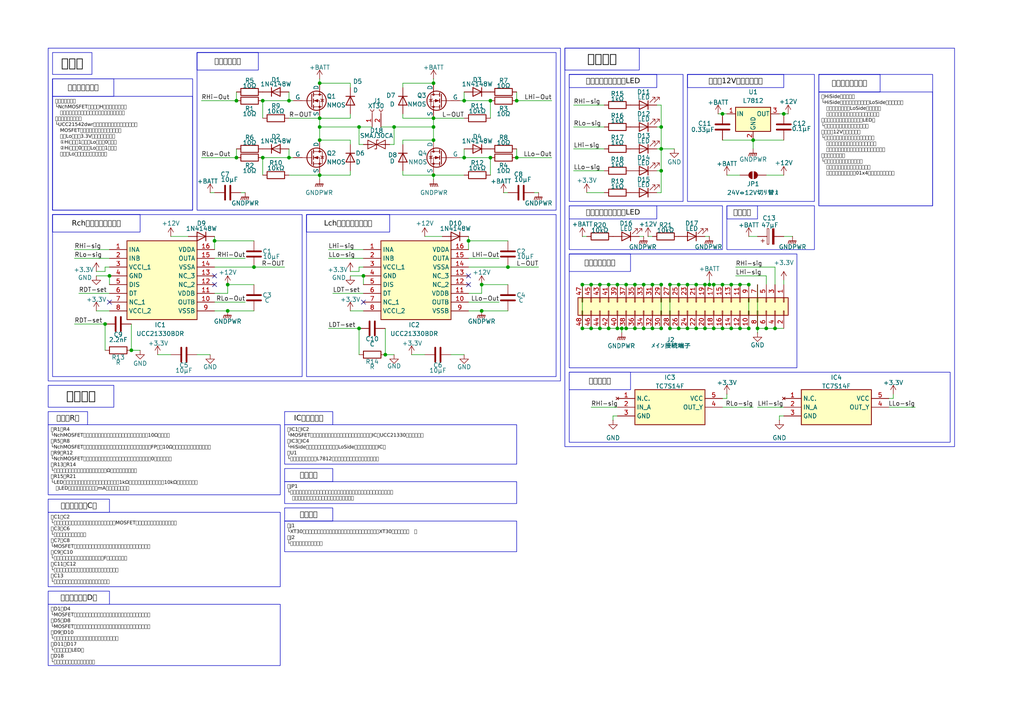
<source format=kicad_sch>
(kicad_sch (version 20231120) (generator "eeschema") (generator_version "8.0")
  (paper "A4")
  (lib_symbols
    (symbol "Connector:Conn_01x02_Socket" (pin_names (offset 1.016) hide)
      (property "Reference" "J" (at 0 2.54 0))
      (property "Value" "Conn_01x02_Socket" (at 0 -5.08 0))
      (symbol "Conn_01x02_Socket_1_1"
        (pin passive line (at -5.08 0 0) (length 3.81) (name "Pin_1") (number "1"))
        (pin passive line (at -5.08 -2.54 0) (length 3.81) (name "Pin_2") (number "2"))
      )
    )
    (symbol "Connector_Generic:Conn_02x24_Odd_Even" (pin_names (offset 1.016) hide)
      (property "Reference" "J" (at 1.27 30.48 0))
      (property "Value" "Conn_02x24_Odd_Even" (at 1.27 -33.02 0))
      (symbol "Conn_02x24_Odd_Even_1_1"
        (pin passive line (at -5.08 27.94 0) (length 3.81) (name "Pin_1") (number "1"))
        (pin passive line (at 7.62 17.78 180) (length 3.81) (name "Pin_10") (number "10"))
        (pin passive line (at -5.08 15.24 0) (length 3.81) (name "Pin_11") (number "11"))
        (pin passive line (at 7.62 15.24 180) (length 3.81) (name "Pin_12") (number "12"))
        (pin passive line (at -5.08 12.7 0) (length 3.81) (name "Pin_13") (number "13"))
        (pin passive line (at 7.62 12.7 180) (length 3.81) (name "Pin_14") (number "14"))
        (pin passive line (at -5.08 10.16 0) (length 3.81) (name "Pin_15") (number "15"))
        (pin passive line (at 7.62 10.16 180) (length 3.81) (name "Pin_16") (number "16"))
        (pin passive line (at -5.08 7.62 0) (length 3.81) (name "Pin_17") (number "17"))
        (pin passive line (at 7.62 7.62 180) (length 3.81) (name "Pin_18") (number "18"))
        (pin passive line (at -5.08 5.08 0) (length 3.81) (name "Pin_19") (number "19"))
        (pin passive line (at 7.62 27.94 180) (length 3.81) (name "Pin_2") (number "2"))
        (pin passive line (at 7.62 5.08 180) (length 3.81) (name "Pin_20") (number "20"))
        (pin passive line (at -5.08 2.54 0) (length 3.81) (name "Pin_21") (number "21"))
        (pin passive line (at 7.62 2.54 180) (length 3.81) (name "Pin_22") (number "22"))
        (pin passive line (at -5.08 0 0) (length 3.81) (name "Pin_23") (number "23"))
        (pin passive line (at 7.62 0 180) (length 3.81) (name "Pin_24") (number "24"))
        (pin passive line (at -5.08 -2.54 0) (length 3.81) (name "Pin_25") (number "25"))
        (pin passive line (at 7.62 -2.54 180) (length 3.81) (name "Pin_26") (number "26"))
        (pin passive line (at -5.08 -5.08 0) (length 3.81) (name "Pin_27") (number "27"))
        (pin passive line (at 7.62 -5.08 180) (length 3.81) (name "Pin_28") (number "28"))
        (pin passive line (at -5.08 -7.62 0) (length 3.81) (name "Pin_29") (number "29"))
        (pin passive line (at -5.08 25.4 0) (length 3.81) (name "Pin_3") (number "3"))
        (pin passive line (at 7.62 -7.62 180) (length 3.81) (name "Pin_30") (number "30"))
        (pin passive line (at -5.08 -10.16 0) (length 3.81) (name "Pin_31") (number "31"))
        (pin passive line (at 7.62 -10.16 180) (length 3.81) (name "Pin_32") (number "32"))
        (pin passive line (at -5.08 -12.7 0) (length 3.81) (name "Pin_33") (number "33"))
        (pin passive line (at 7.62 -12.7 180) (length 3.81) (name "Pin_34") (number "34"))
        (pin passive line (at -5.08 -15.24 0) (length 3.81) (name "Pin_35") (number "35"))
        (pin passive line (at 7.62 -15.24 180) (length 3.81) (name "Pin_36") (number "36"))
        (pin passive line (at -5.08 -17.78 0) (length 3.81) (name "Pin_37") (number "37"))
        (pin passive line (at 7.62 -17.78 180) (length 3.81) (name "Pin_38") (number "38"))
        (pin passive line (at -5.08 -20.32 0) (length 3.81) (name "Pin_39") (number "39"))
        (pin passive line (at 7.62 25.4 180) (length 3.81) (name "Pin_4") (number "4"))
        (pin passive line (at 7.62 -20.32 180) (length 3.81) (name "Pin_40") (number "40"))
        (pin passive line (at -5.08 -22.86 0) (length 3.81) (name "Pin_41") (number "41"))
        (pin passive line (at 7.62 -22.86 180) (length 3.81) (name "Pin_42") (number "42"))
        (pin passive line (at -5.08 -25.4 0) (length 3.81) (name "Pin_43") (number "43"))
        (pin passive line (at 7.62 -25.4 180) (length 3.81) (name "Pin_44") (number "44"))
        (pin passive line (at -5.08 -27.94 0) (length 3.81) (name "Pin_45") (number "45"))
        (pin passive line (at 7.62 -27.94 180) (length 3.81) (name "Pin_46") (number "46"))
        (pin passive line (at -5.08 -30.48 0) (length 3.81) (name "Pin_47") (number "47"))
        (pin passive line (at 7.62 -30.48 180) (length 3.81) (name "Pin_48") (number "48"))
        (pin passive line (at -5.08 22.86 0) (length 3.81) (name "Pin_5") (number "5"))
        (pin passive line (at 7.62 22.86 180) (length 3.81) (name "Pin_6") (number "6"))
        (pin passive line (at -5.08 20.32 0) (length 3.81) (name "Pin_7") (number "7"))
        (pin passive line (at 7.62 20.32 180) (length 3.81) (name "Pin_8") (number "8"))
        (pin passive line (at -5.08 17.78 0) (length 3.81) (name "Pin_9") (number "9"))
      )
    )
    (symbol "Device:C" (pin_numbers hide) (pin_names (offset 0.254))
      (property "Reference" "C" (at 0.635 2.54 0))
      (property "Value" "C" (at 0.635 -2.54 0))
      (symbol "C_1_1"
        (pin passive line (at 0 3.81 270) (length 2.794) (name "~") (number "1"))
        (pin passive line (at 0 -3.81 90) (length 2.794) (name "~") (number "2"))
      )
    )
    (symbol "Device:C_Polarized" (pin_numbers hide) (pin_names (offset 0.254))
      (property "Reference" "C" (at 0.635 2.54 0))
      (property "Value" "C_Polarized" (at 0.635 -2.54 0))
      (symbol "C_Polarized_1_1"
        (pin passive line (at 0 3.81 270) (length 2.794) (name "~") (number "1"))
        (pin passive line (at 0 -3.81 90) (length 2.794) (name "~") (number "2"))
      )
    )
    (symbol "Device:D" (pin_numbers hide) (pin_names (offset 1.016) hide)
      (property "Reference" "D" (at 0 2.54 0))
      (property "Value" "D" (at 0 -2.54 0))
      (symbol "D_1_1"
        (pin passive line (at -3.81 0 0) (length 2.54) (name "K") (number "1"))
        (pin passive line (at 3.81 0 180) (length 2.54) (name "A") (number "2"))
      )
    )
    (symbol "Device:LED" (pin_numbers hide) (pin_names (offset 1.016) hide)
      (property "Reference" "D" (at 0 2.54 0))
      (property "Value" "LED" (at 0 -2.54 0))
      (symbol "LED_1_1"
        (pin passive line (at -3.81 0 0) (length 2.54) (name "K") (number "1"))
        (pin passive line (at 3.81 0 180) (length 2.54) (name "A") (number "2"))
      )
    )
    (symbol "Device:R" (pin_numbers hide) (pin_names (offset 0))
      (property "Reference" "R" (at 2.032 0 90))
      (property "Value" "R" (at 0 0 90))
      (symbol "R_1_1"
        (pin passive line (at 0 3.81 270) (length 1.27) (name "~") (number "1"))
        (pin passive line (at 0 -3.81 90) (length 1.27) (name "~") (number "2"))
      )
    )
    (symbol "Diode:1N4148W" (pin_numbers hide) (pin_names hide)
      (property "Reference" "D" (at 0 2.54 0))
      (property "Value" "1N4148W" (at 0 -2.54 0))
      (symbol "1N4148W_1_1"
        (pin passive line (at -3.81 0 0) (length 2.54) (name "K") (number "1"))
        (pin passive line (at 3.81 0 180) (length 2.54) (name "A") (number "2"))
      )
    )
    (symbol "Diode:SMAJ30CA" (pin_numbers hide) (pin_names (offset 1.016) hide)
      (property "Reference" "D" (at 0 2.54 0))
      (property "Value" "SMAJ30CA" (at 0 -2.54 0))
      (symbol "SMAJ30CA_1_1"
        (pin passive line (at -3.81 0 0) (length 2.54) (name "A1") (number "1"))
        (pin passive line (at 3.81 0 180) (length 2.54) (name "A2") (number "2"))
      )
    )
    (symbol "Jumper:SolderJumper_2_Open" (pin_numbers hide) (pin_names (offset 0) hide) (exclude_from_sim yes) (in_bom no)
      (property "Reference" "JP" (at 0 2.032 0))
      (property "Value" "SolderJumper_2_Open" (at 0 -2.54 0))
      (symbol "SolderJumper_2_Open_1_1"
        (pin passive line (at -3.81 0 0) (length 2.54) (name "A") (number "1"))
        (pin passive line (at 3.81 0 180) (length 2.54) (name "B") (number "2"))
      )
    )
    (symbol "Regulator_Linear:L7812" (pin_names (offset 0.254))
      (property "Reference" "U" (at -3.81 3.175 0))
      (property "Value" "L7812" (at 0 3.175 0))
      (symbol "L7812_1_1"
        (pin power_in line (at -7.62 0 0) (length 2.54) (name "IN") (number "1"))
        (pin power_in line (at 0 -7.62 90) (length 2.54) (name "GND") (number "2"))
        (pin power_out line (at 7.62 0 180) (length 2.54) (name "OUT") (number "3"))
      )
    )
    (symbol "Simulation_SPICE:NMOS" (pin_numbers hide) (pin_names (offset 0))
      (property "Reference" "Q" (at 5.08 1.27 0))
      (property "Value" "NMOS" (at 5.08 -1.27 0))
      (symbol "NMOS_1_1"
        (pin passive line (at 2.54 5.08 270) (length 2.54) (name "D") (number "1"))
        (pin input line (at -5.08 0 0) (length 2.54) (name "G") (number "2"))
        (pin passive line (at 2.54 -5.08 90) (length 2.54) (name "S") (number "3"))
      )
    )
    (symbol "TC7S14F:TC7S14F"
      (property "Reference" "IC" (at 26.67 7.62 0))
      (property "Value" "TC7S14F" (at 26.67 5.08 0))
      (symbol "TC7S14F_1_1"
        (pin no_connect line (at 0 0 0) (length 5.08) (name "N.C.") (number "1"))
        (pin passive line (at 0 -2.54 0) (length 5.08) (name "IN_A") (number "2"))
        (pin passive line (at 0 -5.08 0) (length 5.08) (name "GND") (number "3"))
        (pin passive line (at 30.48 -2.54 180) (length 5.08) (name "OUT_Y") (number "4"))
        (pin passive line (at 30.48 0 180) (length 5.08) (name "VCC") (number "5"))
      )
    )
    (symbol "UCC21330BDR:UCC21330BDR"
      (property "Reference" "IC" (at 26.67 7.62 0))
      (property "Value" "UCC21330BDR" (at 26.67 5.08 0))
      (symbol "UCC21330BDR_1_1"
        (pin passive line (at 0 0 0) (length 5.08) (name "INA") (number "1"))
        (pin passive line (at 30.48 -15.24 180) (length 5.08) (name "OUTB") (number "10"))
        (pin passive line (at 30.48 -12.7 180) (length 5.08) (name "VDDB") (number "11"))
        (pin passive line (at 30.48 -10.16 180) (length 5.08) (name "NC_2") (number "12"))
        (pin passive line (at 30.48 -7.62 180) (length 5.08) (name "NC_3") (number "13"))
        (pin passive line (at 30.48 -5.08 180) (length 5.08) (name "VSSA") (number "14"))
        (pin passive line (at 30.48 -2.54 180) (length 5.08) (name "OUTA") (number "15"))
        (pin passive line (at 30.48 0 180) (length 5.08) (name "VDDA") (number "16"))
        (pin passive line (at 0 -2.54 0) (length 5.08) (name "INB") (number "2"))
        (pin passive line (at 0 -5.08 0) (length 5.08) (name "VCCI_1") (number "3"))
        (pin passive line (at 0 -7.62 0) (length 5.08) (name "GND") (number "4"))
        (pin passive line (at 0 -10.16 0) (length 5.08) (name "DIS") (number "5"))
        (pin passive line (at 0 -12.7 0) (length 5.08) (name "DT") (number "6"))
        (pin passive line (at 0 -15.24 0) (length 5.08) (name "NC_1") (number "7"))
        (pin passive line (at 0 -17.78 0) (length 5.08) (name "VCCI_2") (number "8"))
        (pin passive line (at 30.48 -17.78 180) (length 5.08) (name "VSSB") (number "9"))
      )
    )
    (symbol "power:+12V" (power) (pin_numbers hide) (pin_names (offset 0) hide)
      (property "Value" "+12V" (at 0 3.556 0))
      (symbol "+12V_1_1"
        (pin power_in line (at 0 0 90) (length 0) (name "~") (number "1"))
      )
    )
    (symbol "power:+3.3V" (power) (pin_numbers hide) (pin_names (offset 0) hide)
      (property "Value" "+3.3V" (at 0 3.556 0))
      (symbol "+3.3V_1_1"
        (pin power_in line (at 0 0 90) (length 0) (name "~") (number "1"))
      )
    )
    (symbol "power:+BATT" (power) (pin_numbers hide) (pin_names (offset 0) hide)
      (property "Value" "+BATT" (at 0 3.556 0))
      (symbol "+BATT_1_1"
        (pin power_in line (at 0 0 90) (length 0) (name "~") (number "1"))
      )
    )
    (symbol "power:GND" (power) (pin_numbers hide) (pin_names (offset 0) hide)
      (property "Value" "GND" (at 0 -3.81 0))
      (symbol "GND_1_1"
        (pin power_in line (at 0 0 270) (length 0) (name "~") (number "1"))
      )
    )
    (symbol "power:GNDPWR" (power) (pin_numbers hide) (pin_names (offset 0) hide)
      (property "Value" "GNDPWR" (at 0 -3.302 0))
      (symbol "GNDPWR_1_1"
        (pin power_in line (at 0 0 270) (length 0) (name "~") (number "1"))
      )
    )
    (symbol "power:VCC" (power) (pin_numbers hide) (pin_names (offset 0) hide)
      (property "Value" "VCC" (at 0 3.556 0))
      (symbol "VCC_1_1"
        (pin power_in line (at 0 0 90) (length 0) (name "~") (number "1"))
      )
    )
  )
  (junction (at 30.48 93.98))
  (junction (at 181.61 82.55))
  (junction (at 139.7 82.55))
  (junction (at 199.39 95.25))
  (junction (at 222.25 95.25))
  (junction (at 207.01 95.25))
  (junction (at 207.01 82.55))
  (junction (at 209.55 95.25))
  (junction (at 92.71 36.83))
  (junction (at 68.58 45.72))
  (junction (at 125.73 36.83))
  (junction (at 135.89 69.85))
  (junction (at 134.62 29.21))
  (junction (at 191.77 36.83))
  (junction (at 147.32 77.47))
  (junction (at 149.86 29.21))
  (junction (at 196.85 82.55))
  (junction (at 92.71 34.29))
  (junction (at 212.09 95.25))
  (junction (at 209.55 33.02))
  (junction (at 184.15 95.25))
  (junction (at 31.75 80.01))
  (junction (at 76.2 29.21))
  (junction (at 171.45 82.55))
  (junction (at 191.77 43.18))
  (junction (at 83.82 45.72))
  (junction (at 194.31 95.25))
  (junction (at 168.91 82.55))
  (junction (at 114.3 36.83))
  (junction (at 134.62 45.72))
  (junction (at 125.73 24.13))
  (junction (at 173.99 95.25))
  (junction (at 104.14 36.83))
  (junction (at 204.47 95.25))
  (junction (at 179.07 82.55))
  (junction (at 76.2 45.72))
  (junction (at 92.71 24.13))
  (junction (at 194.31 82.55))
  (junction (at 83.82 29.21))
  (junction (at 199.39 82.55))
  (junction (at 217.17 82.55))
  (junction (at 189.23 95.25))
  (junction (at 204.47 82.55))
  (junction (at 196.85 95.25))
  (junction (at 191.77 95.25))
  (junction (at 92.71 40.64))
  (junction (at 212.09 82.55))
  (junction (at 125.73 34.29))
  (junction (at 176.53 95.25))
  (junction (at 214.63 95.25))
  (junction (at 68.58 29.21))
  (junction (at 149.86 45.72))
  (junction (at 209.55 82.55))
  (junction (at 104.14 95.25))
  (junction (at 105.41 80.01))
  (junction (at 201.93 82.55))
  (junction (at 205.74 82.55))
  (junction (at 218.44 40.64))
  (junction (at 171.45 95.25))
  (junction (at 219.71 95.25))
  (junction (at 227.33 33.02))
  (junction (at 186.69 95.25))
  (junction (at 186.69 82.55))
  (junction (at 62.23 69.85))
  (junction (at 217.17 95.25))
  (junction (at 38.1 101.6))
  (junction (at 125.73 40.64))
  (junction (at 214.63 82.55))
  (junction (at 66.04 90.17))
  (junction (at 201.93 95.25))
  (junction (at 224.79 95.25))
  (junction (at 125.73 50.8))
  (junction (at 189.23 82.55))
  (junction (at 181.61 95.25))
  (junction (at 179.07 95.25))
  (junction (at 139.7 90.17))
  (junction (at 180.34 95.25))
  (junction (at 173.99 82.55))
  (junction (at 191.77 49.53))
  (junction (at 142.24 45.72))
  (junction (at 66.04 82.55))
  (junction (at 168.91 95.25))
  (junction (at 191.77 82.55))
  (junction (at 92.71 50.8))
  (junction (at 111.76 102.87))
  (junction (at 176.53 82.55))
  (junction (at 142.24 29.21))
  (junction (at 73.66 77.47))
  (junction (at 184.15 82.55))
  (no_connect (at 135.89 80.01))
  (no_connect (at 105.41 87.63))
  (no_connect (at 62.23 80.01))
  (no_connect (at 31.75 87.63))
  (no_connect (at 62.23 82.55))
  (no_connect (at 135.89 82.55))
  (wire (pts (xy 177.8 121.92) (xy 177.8 120.65)))
  (wire (pts (xy 104.14 95.25) (xy 104.14 102.87)))
  (wire (pts (xy 62.23 68.58) (xy 62.23 69.85)))
  (wire (pts (xy 205.74 81.28) (xy 205.74 82.55)))
  (wire (pts (xy 101.6 33.02) (xy 101.6 34.29)))
  (wire (pts (xy 173.99 95.25) (xy 176.53 95.25)))
  (wire (pts (xy 116.84 40.64) (xy 125.73 40.64)))
  (wire (pts (xy 95.25 72.39) (xy 105.41 72.39)))
  (wire (pts (xy 227.33 68.58) (xy 229.87 68.58)))
  (wire (pts (xy 184.15 95.25) (xy 186.69 95.25)))
  (wire (pts (xy 134.62 34.29) (xy 125.73 34.29)))
  (wire (pts (xy 191.77 95.25) (xy 191.77 82.55)))
  (wire (pts (xy 95.25 95.25) (xy 104.14 95.25)))
  (wire (pts (xy 76.2 45.72) (xy 83.82 45.72)))
  (wire (pts (xy 166.37 36.83) (xy 175.26 36.83)))
  (wire (pts (xy 257.81 118.11) (xy 265.43 118.11)))
  (wire (pts (xy 104.14 77.47) (xy 105.41 77.47)))
  (wire (pts (xy 31.75 80.01) (xy 31.75 82.55)))
  (wire (pts (xy 104.14 36.83) (xy 107.95 36.83)))
  (wire (pts (xy 186.69 95.25) (xy 189.23 95.25)))
  (wire (pts (xy 191.77 43.18) (xy 190.5 43.18)))
  (wire (pts (xy 207.01 82.55) (xy 205.74 82.55)))
  (wire (pts (xy 226.06 33.02) (xy 227.33 33.02)))
  (wire (pts (xy 212.09 82.55) (xy 209.55 82.55)))
  (wire (pts (xy 199.39 82.55) (xy 196.85 82.55)))
  (wire (pts (xy 62.23 69.85) (xy 73.66 69.85)))
  (wire (pts (xy 160.02 45.72) (xy 149.86 45.72)))
  (wire (pts (xy 190.5 30.48) (xy 191.77 30.48)))
  (wire (pts (xy 101.6 50.8) (xy 92.71 50.8)))
  (wire (pts (xy 191.77 43.18) (xy 195.58 43.18)))
  (wire (pts (xy 204.47 95.25) (xy 201.93 95.25)))
  (wire (pts (xy 142.24 45.72) (xy 134.62 45.72)))
  (wire (pts (xy 92.71 50.8) (xy 92.71 52.07)))
  (wire (pts (xy 146.05 55.88) (xy 147.32 55.88)))
  (wire (pts (xy 101.6 80.01) (xy 105.41 80.01)))
  (wire (pts (xy 62.23 69.85) (xy 62.23 72.39)))
  (wire (pts (xy 209.55 95.25) (xy 207.01 95.25)))
  (wire (pts (xy 104.14 41.91) (xy 104.14 36.83)))
  (wire (pts (xy 114.3 41.91) (xy 114.3 36.83)))
  (wire (pts (xy 76.2 29.21) (xy 76.2 34.29)))
  (wire (pts (xy 213.36 80.01) (xy 222.25 80.01)))
  (wire (pts (xy 177.8 120.65) (xy 179.07 120.65)))
  (wire (pts (xy 189.23 82.55) (xy 186.69 82.55)))
  (wire (pts (xy 224.79 77.47) (xy 224.79 82.55)))
  (wire (pts (xy 214.63 82.55) (xy 212.09 82.55)))
  (wire (pts (xy 186.69 82.55) (xy 184.15 82.55)))
  (wire (pts (xy 166.37 49.53) (xy 175.26 49.53)))
  (wire (pts (xy 190.5 36.83) (xy 191.77 36.83)))
  (wire (pts (xy 210.82 115.57) (xy 209.55 115.57)))
  (wire (pts (xy 201.93 95.25) (xy 199.39 95.25)))
  (wire (pts (xy 160.02 29.21) (xy 149.86 29.21)))
  (wire (pts (xy 83.82 26.67) (xy 83.82 29.21)))
  (wire (pts (xy 30.48 77.47) (xy 31.75 77.47)))
  (wire (pts (xy 209.55 82.55) (xy 207.01 82.55)))
  (wire (pts (xy 92.71 22.86) (xy 92.71 24.13)))
  (wire (pts (xy 219.71 95.25) (xy 219.71 96.52)))
  (wire (pts (xy 134.62 43.18) (xy 134.62 45.72)))
  (wire (pts (xy 62.23 90.17) (xy 66.04 90.17)))
  (wire (pts (xy 57.15 102.87) (xy 60.96 102.87)))
  (wire (pts (xy 227.33 81.28) (xy 227.33 82.55)))
  (wire (pts (xy 191.77 49.53) (xy 191.77 55.88)))
  (wire (pts (xy 156.21 55.88) (xy 154.94 55.88)))
  (wire (pts (xy 168.91 95.25) (xy 171.45 95.25)))
  (wire (pts (xy 134.62 50.8) (xy 125.73 50.8)))
  (wire (pts (xy 116.84 49.53) (xy 116.84 50.8)))
  (wire (pts (xy 116.84 41.91) (xy 116.84 40.64)))
  (wire (pts (xy 181.61 82.55) (xy 179.07 82.55)))
  (wire (pts (xy 96.52 85.09) (xy 105.41 85.09)))
  (wire (pts (xy 171.45 118.11) (xy 179.07 118.11)))
  (wire (pts (xy 170.18 55.88) (xy 175.26 55.88)))
  (wire (pts (xy 135.89 87.63) (xy 144.78 87.63)))
  (wire (pts (xy 191.77 36.83) (xy 191.77 43.18)))
  (wire (pts (xy 219.71 118.11) (xy 227.33 118.11)))
  (wire (pts (xy 125.73 22.86) (xy 125.73 24.13)))
  (wire (pts (xy 134.62 29.21) (xy 133.35 29.21)))
  (wire (pts (xy 168.91 82.55) (xy 168.91 95.25)))
  (wire (pts (xy 209.55 118.11) (xy 218.44 118.11)))
  (wire (pts (xy 83.82 45.72) (xy 85.09 45.72)))
  (wire (pts (xy 139.7 82.55) (xy 139.7 85.09)))
  (wire (pts (xy 60.96 55.88) (xy 62.23 55.88)))
  (wire (pts (xy 114.3 36.83) (xy 125.73 36.83)))
  (wire (pts (xy 212.09 95.25) (xy 209.55 95.25)))
  (wire (pts (xy 116.84 25.4) (xy 116.84 24.13)))
  (wire (pts (xy 27.94 90.17) (xy 31.75 90.17)))
  (wire (pts (xy 149.86 43.18) (xy 149.86 45.72)))
  (wire (pts (xy 142.24 29.21) (xy 134.62 29.21)))
  (wire (pts (xy 222.25 50.8) (xy 227.33 50.8)))
  (wire (pts (xy 83.82 50.8) (xy 92.71 50.8)))
  (wire (pts (xy 104.14 77.47) (xy 104.14 78.74)))
  (wire (pts (xy 224.79 95.25) (xy 227.33 95.25)))
  (wire (pts (xy 104.14 41.91) (xy 105.41 41.91)))
  (wire (pts (xy 214.63 95.25) (xy 212.09 95.25)))
  (wire (pts (xy 227.33 33.02) (xy 228.6 33.02)))
  (wire (pts (xy 259.08 114.3) (xy 259.08 115.57)))
  (wire (pts (xy 38.1 93.98) (xy 38.1 101.6)))
  (wire (pts (xy 214.63 50.8) (xy 210.82 50.8)))
  (wire (pts (xy 92.71 36.83) (xy 104.14 36.83)))
  (wire (pts (xy 139.7 90.17) (xy 147.32 90.17)))
  (wire (pts (xy 111.76 102.87) (xy 114.3 102.87)))
  (wire (pts (xy 217.17 68.58) (xy 219.71 68.58)))
  (wire (pts (xy 190.5 49.53) (xy 191.77 49.53)))
  (wire (pts (xy 171.45 95.25) (xy 173.99 95.25)))
  (wire (pts (xy 62.23 85.09) (xy 66.04 85.09)))
  (wire (pts (xy 135.89 68.58) (xy 135.89 69.85)))
  (wire (pts (xy 101.6 34.29) (xy 92.71 34.29)))
  (wire (pts (xy 123.19 68.58) (xy 128.27 68.58)))
  (wire (pts (xy 189.23 95.25) (xy 191.77 95.25)))
  (wire (pts (xy 213.36 77.47) (xy 224.79 77.47)))
  (wire (pts (xy 101.6 24.13) (xy 92.71 24.13)))
  (wire (pts (xy 66.04 82.55) (xy 66.04 85.09)))
  (wire (pts (xy 92.71 36.83) (xy 92.71 40.64)))
  (wire (pts (xy 27.94 80.01) (xy 31.75 80.01)))
  (wire (pts (xy 139.7 82.55) (xy 147.32 82.55)))
  (wire (pts (xy 217.17 95.25) (xy 217.17 82.55)))
  (wire (pts (xy 30.48 78.74) (xy 27.94 78.74)))
  (wire (pts (xy 217.17 82.55) (xy 214.63 82.55)))
  (wire (pts (xy 83.82 29.21) (xy 85.09 29.21)))
  (wire (pts (xy 173.99 82.55) (xy 171.45 82.55)))
  (wire (pts (xy 38.1 101.6) (xy 40.64 101.6)))
  (wire (pts (xy 179.07 95.25) (xy 180.34 95.25)))
  (wire (pts (xy 205.74 68.58) (xy 204.47 68.58)))
  (wire (pts (xy 116.84 24.13) (xy 125.73 24.13)))
  (wire (pts (xy 209.55 33.02) (xy 210.82 33.02)))
  (wire (pts (xy 101.6 25.4) (xy 101.6 24.13)))
  (wire (pts (xy 179.07 82.55) (xy 176.53 82.55)))
  (wire (pts (xy 176.53 95.25) (xy 179.07 95.25)))
  (wire (pts (xy 135.89 85.09) (xy 139.7 85.09)))
  (wire (pts (xy 176.53 82.55) (xy 173.99 82.55)))
  (wire (pts (xy 101.6 41.91) (xy 101.6 40.64)))
  (wire (pts (xy 71.12 55.88) (xy 69.85 55.88)))
  (wire (pts (xy 134.62 26.67) (xy 134.62 29.21)))
  (wire (pts (xy 66.04 90.17) (xy 73.66 90.17)))
  (wire (pts (xy 218.44 40.64) (xy 218.44 43.18)))
  (wire (pts (xy 222.25 95.25) (xy 224.79 95.25)))
  (wire (pts (xy 205.74 82.55) (xy 204.47 82.55)))
  (wire (pts (xy 135.89 74.93) (xy 144.78 74.93)))
  (wire (pts (xy 180.34 95.25) (xy 181.61 95.25)))
  (wire (pts (xy 180.34 96.52) (xy 180.34 95.25)))
  (wire (pts (xy 101.6 40.64) (xy 92.71 40.64)))
  (wire (pts (xy 62.23 74.93) (xy 71.12 74.93)))
  (wire (pts (xy 66.04 82.55) (xy 73.66 82.55)))
  (wire (pts (xy 191.77 49.53) (xy 191.77 43.18)))
  (wire (pts (xy 219.71 95.25) (xy 222.25 95.25)))
  (wire (pts (xy 58.42 45.72) (xy 68.58 45.72)))
  (wire (pts (xy 113.03 41.91) (xy 114.3 41.91)))
  (wire (pts (xy 30.48 93.98) (xy 30.48 101.6)))
  (wire (pts (xy 210.82 114.3) (xy 210.82 115.57)))
  (wire (pts (xy 190.5 55.88) (xy 191.77 55.88)))
  (wire (pts (xy 125.73 36.83) (xy 125.73 40.64)))
  (wire (pts (xy 222.25 80.01) (xy 222.25 82.55)))
  (wire (pts (xy 95.25 74.93) (xy 105.41 74.93)))
  (wire (pts (xy 68.58 43.18) (xy 68.58 45.72)))
  (wire (pts (xy 204.47 82.55) (xy 201.93 82.55)))
  (wire (pts (xy 76.2 29.21) (xy 83.82 29.21)))
  (wire (pts (xy 219.71 82.55) (xy 219.71 95.25)))
  (wire (pts (xy 45.72 102.87) (xy 49.53 102.87)))
  (wire (pts (xy 68.58 26.67) (xy 68.58 29.21)))
  (wire (pts (xy 83.82 43.18) (xy 83.82 45.72)))
  (wire (pts (xy 208.28 33.02) (xy 209.55 33.02)))
  (wire (pts (xy 119.38 102.87) (xy 123.19 102.87)))
  (wire (pts (xy 194.31 95.25) (xy 194.31 82.55)))
  (wire (pts (xy 142.24 29.21) (xy 142.24 34.29)))
  (wire (pts (xy 21.59 74.93) (xy 31.75 74.93)))
  (wire (pts (xy 101.6 90.17) (xy 105.41 90.17)))
  (wire (pts (xy 226.06 120.65) (xy 227.33 120.65)))
  (wire (pts (xy 116.84 50.8) (xy 125.73 50.8)))
  (wire (pts (xy 58.42 29.21) (xy 68.58 29.21)))
  (wire (pts (xy 130.81 102.87) (xy 134.62 102.87)))
  (wire (pts (xy 92.71 34.29) (xy 92.71 36.83)))
  (wire (pts (xy 181.61 95.25) (xy 184.15 95.25)))
  (wire (pts (xy 83.82 34.29) (xy 92.71 34.29)))
  (wire (pts (xy 218.44 40.64) (xy 227.33 40.64)))
  (wire (pts (xy 196.85 82.55) (xy 194.31 82.55)))
  (wire (pts (xy 62.23 77.47) (xy 73.66 77.47)))
  (wire (pts (xy 135.89 69.85) (xy 135.89 72.39)))
  (wire (pts (xy 116.84 34.29) (xy 125.73 34.29)))
  (wire (pts (xy 110.49 36.83) (xy 114.3 36.83)))
  (wire (pts (xy 135.89 90.17) (xy 139.7 90.17)))
  (wire (pts (xy 191.77 82.55) (xy 189.23 82.55)))
  (wire (pts (xy 116.84 33.02) (xy 116.84 34.29)))
  (wire (pts (xy 217.17 95.25) (xy 214.63 95.25)))
  (wire (pts (xy 21.59 72.39) (xy 31.75 72.39)))
  (wire (pts (xy 135.89 69.85) (xy 147.32 69.85)))
  (wire (pts (xy 62.23 87.63) (xy 71.12 87.63)))
  (wire (pts (xy 199.39 95.25) (xy 196.85 95.25)))
  (wire (pts (xy 134.62 45.72) (xy 133.35 45.72)))
  (wire (pts (xy 226.06 121.92) (xy 226.06 120.65)))
  (wire (pts (xy 259.08 115.57) (xy 257.81 115.57)))
  (wire (pts (xy 49.53 68.58) (xy 54.61 68.58)))
  (wire (pts (xy 111.76 95.25) (xy 111.76 102.87)))
  (wire (pts (xy 125.73 50.8) (xy 125.73 52.07)))
  (wire (pts (xy 135.89 77.47) (xy 147.32 77.47)))
  (wire (pts (xy 186.69 68.58) (xy 185.42 68.58)))
  (wire (pts (xy 73.66 77.47) (xy 82.55 77.47)))
  (wire (pts (xy 21.59 93.98) (xy 30.48 93.98)))
  (wire (pts (xy 196.85 95.25) (xy 194.31 95.25)))
  (wire (pts (xy 22.86 85.09) (xy 31.75 85.09)))
  (wire (pts (xy 149.86 26.67) (xy 149.86 29.21)))
  (wire (pts (xy 166.37 30.48) (xy 175.26 30.48)))
  (wire (pts (xy 101.6 49.53) (xy 101.6 50.8)))
  (wire (pts (xy 76.2 45.72) (xy 76.2 50.8)))
  (wire (pts (xy 209.55 40.64) (xy 218.44 40.64)))
  (wire (pts (xy 105.41 80.01) (xy 105.41 82.55)))
  (wire (pts (xy 125.73 34.29) (xy 125.73 36.83)))
  (wire (pts (xy 142.24 45.72) (xy 142.24 50.8)))
  (wire (pts (xy 191.77 30.48) (xy 191.77 36.83)))
  (wire (pts (xy 187.96 68.58) (xy 189.23 68.58)))
  (wire (pts (xy 201.93 82.55) (xy 199.39 82.55)))
  (wire (pts (xy 30.48 77.47) (xy 30.48 78.74)))
  (wire (pts (xy 171.45 82.55) (xy 168.91 82.55)))
  (wire (pts (xy 168.91 68.58) (xy 170.18 68.58)))
  (wire (pts (xy 207.01 95.25) (xy 204.47 95.25)))
  (wire (pts (xy 104.14 78.74) (xy 101.6 78.74)))
  (wire (pts (xy 147.32 77.47) (xy 156.21 77.47)))
  (wire (pts (xy 184.15 82.55) (xy 181.61 82.55)))
  (wire (pts (xy 166.37 43.18) (xy 175.26 43.18)))
  (rectangle (start 237.49 21.59) (end 270.51 59.69))
  (rectangle (start 13.97 13.97) (end 162.56 110.49))
  (rectangle (start 199.39 21.59) (end 236.22 58.42))
  (rectangle (start 165.1 59.69) (end 209.55 72.39))
  (rectangle (start 15.24 22.86) (end 55.88 60.96))
  (rectangle (start 165.1 21.59) (end 198.12 58.42))
  (rectangle (start 57.15 15.24) (end 161.29 60.96))
  (rectangle (start 165.1 73.66) (end 231.14 106.68))
  (rectangle (start 163.83 13.97) (end 276.86 129.54))
  (rectangle (start 88.9 62.23) (end 161.29 109.22))
  (rectangle (start 210.82 59.69) (end 236.22 72.39))
  (rectangle (start 165.1 107.95) (end 275.59 128.27))
  (rectangle (start 15.24 62.23) (end 87.63 109.22))
  (text_box "主回路" (at 15.24 15.24 0) (size 11.43 6.35) (effects (font (size 2.54 2.54) (thickness 0.508) (bold yes))))
  (text_box "ジャンパ" (at 82.55 135.89 0) (size 13.97 3.81) (effects (font (size 1.524 1.524))))
  (text_box "Rchゲートドライバ部" (at 15.24 62.23 0) (size 25.4 5.08) (effects (font (size 1.524 1.524))))
  (text_box "〇J1\n└XT30で出力する．基板のマスクのあたりから，線を生やして，XT30とつなぐ予定　．\n〇J2\n└丼モタ規格のコネクタ．" (at 82.55 151.13 0) (size 67.31 8.89) (effects (font (size 1.016 1.016)) (justify left top)))
  (text_box "Ｈブリッジ部" (at 57.15 15.24 0) (size 17.78 5.08) (effects (font (size 1.524 1.524))))
  (text_box "接続コネクタ部" (at 165.1 73.66 0) (size 17.78 5.08) (effects (font (size 1.524 1.524))))
  (text_box "信号系インジケータLED" (at 165.1 21.59 0) (size 25.4 3.81) (effects (font (size 1.524 1.524))))
  (text_box "Lchゲートドライバ部" (at 88.9 62.23 0) (size 24.13 5.08) (effects (font (size 1.524 1.524))))
  (text_box "〇HiSide信号切替部\n└HiSideの信号を反転させて，LoSideに入力する．\n　反転させないと，LoSideにも信号を\n　入れる必要が出てくるのでないと厄介．\n〇駆動系・信号系インジケータLED部\n└動作確認のために並列につける。\n〇制御用12V生成・切替部\n└降圧には三端子レギュレータを使用。\n　リポバッテリー使用時は三端子使用。\n　使わない場合はジャンパでショートさせる。\n〇接続コネクタ部\n└丼モタ規格の接続コネクタ。\n　しかしローサイドの信号ピンは、\n　基本使用しないので、01x4ピンではんだ付け。" (at 237.49 26.67 0) (size 33.02 33.02) (effects (font (size 1.016 1.016)) (justify left top)))
  (text_box "〇C1～C2\n└ブートストラップコンデンサ．ハイサイド側のMOSFETをターンオンするのに用いる．\n〇C3～C6\n└整流用コンデンサかなぁ\n〇C7～C8\n└MOSFETをターンオンしたときの，電圧降下分を補うコンデンサ．\n〇C9～C10\n└デッドタイム挿入用のコンデンサ．何F必要か知らぬ．\n〇C11～C12\n└三端子レギュレータの発振防止用のコンデンサ．\n〇C13\n└バイパスコンデンサ．ノイズ吸収させる．" (at 13.97 148.59 0) (size 67.31 21.59) (effects (font (size 1.016 1.016)) (justify left top)))
  (text_box "コネクタ" (at 82.55 147.32 0) (size 13.97 3.81) (effects (font (size 1.524 1.524))))
  (text_box "パスコン" (at 210.82 59.69 0) (size 8.89 3.81) (effects (font (size 1.524 1.524))))
  (text_box "補助回路コメント" (at 237.49 21.59 0) (size 17.78 5.08) (effects (font (size 1.524 1.524))))
  (text_box "補助回路" (at 163.83 13.97 0) (size 21.59 6.35) (effects (font (size 2.54 2.54) (thickness 0.4064) (bold yes))))
  (text_box "駆動系インジケータLED" (at 165.1 59.69 0) (size 25.4 3.81) (effects (font (size 1.524 1.524))))
  (text_box "・D1～D4\n└MOSFETのゲートに充電された電気の吸出．ターンオンを早める．\n・D5～D8\n└MOSFETに逆並列に付け，モーターの逆起電力ノイズを吸収する．\n・D9～D10\n└ブートストラップコンデンサの充電の逆流防止．\n・D11～D17\n└インジケータLED．\n・D18\n└モーターの逆起電力ノイズ吸収" (at 13.97 175.26 0) (size 67.31 17.78) (effects (font (size 1.016 1.016)) (justify left top)))
  (text_box "IC・集積回路" (at 82.55 119.38 0) (size 13.97 3.81) (effects (font (size 1.524 1.524))))
  (text_box "制御用12V生成・切替部" (at 199.39 21.59 0) (size 27.94 3.81) (effects (font (size 1.524 1.524))))
  (text_box "部品詳細" (at 13.97 111.76 0) (size 19.05 6.35) (effects (font (size 2.54 2.54) (thickness 0.508) (bold yes))))
  (text_box "コンデンサ「C」" (at 13.97 144.78 0) (size 17.78 3.81) (effects (font (size 1.524 1.524))))
  (text_box "〇Ｈブリッジ部\n└NchMOSFETを用いてHブリッジを構成。\n　ゲートドライバ部にブートストラップ回路あり。\n〇ゲートドライバ部\n└UCC21542dwrというゲートドライバを用いて、\n　MOSFET制御用の信号を処理している。\n　常時Lo入力に3.3Vをかけることで、\n　①Hi入力が1の時、Lo出力が0になる\n　②Hi入力が0の時、Lo出力が1になる\n　というLoの反転出力にしている。" (at 15.24 27.94 0) (size 40.64 33.02) (effects (font (size 1.016 1.016)) (justify left top)))
  (text_box "〇R1～R4\n└NchMOSFETのオン抵抗．オンスピードとノイズ対策のために10Ωを選定．\n〇R5～R8\n└NchMOSFETのオフ抵抗．内心要らないのではないかと思うが，FPには10Ωがついてたのでそれにした．\n〇R9～R12\n└NchMOSFETのプルダウン抵抗．ゲートに信号がかからない時，0に論理固定．\n〇R13～R14\n└デッドタイムを挿入するための抵抗．何Ωいるのか知らない．\n〇R15～R21\n└LEDの電流制限抵抗．信号系のインジケータは1kΩ，駆動系のインジケータは10kΩの抵抗にする．\n　（LEDに流れる電流を「一桁mA」程度にする．）" (at 13.97 123.19 0) (size 67.31 20.32) (effects (font (size 1.016 1.016)) (justify left top)))
  (text_box "ダイオード「D」" (at 13.97 171.45 0) (size 17.78 3.81) (effects (font (size 1.524 1.524))))
  (text_box "〇JP1\n└ニッケル水素電池を用いる場合，制御用電源をそこから取るためのジャンパ．\n　リポバッテリー使用時はオープンにすること．" (at 82.55 139.7 0) (size 67.31 6.35) (effects (font (size 1.016 1.016)) (justify left top)))
  (text_box "主回路コメント" (at 15.24 22.86 0) (size 17.78 5.08) (effects (font (size 1.524 1.524))))
  (text_box "〇IC1～IC2\n└MOSFET駆動用ゲートドライバ．絶縁型ハーフブリッジIC「UCC21330」を用いる．\n〇IC3～IC4\n└HiSide信号を反転出力にして，LoSide信号にするためのIC．\n〇U1\n└三端子レギュレータL7812を用いる．制御系の電源に用いる．" (at 82.55 123.19 0) (size 67.31 11.43) (effects (font (size 1.016 1.016)) (justify left top)))
  (text_box "信号反転部" (at 165.1 107.95 0) (size 17.78 5.08) (effects (font (size 1.524 1.524))))
  (text_box "抵抗「R」" (at 13.97 119.38 0) (size 11.43 3.81) (effects (font (size 1.524 1.524))))
  (label "R-OUT" (at 83.82 34.29 0))
  (label "LHi-Out" (at 160.02 29.21 180))
  (label "LHi-sig" (at 95.25 72.39 0))
  (label "RHi-sig" (at 21.59 72.39 0))
  (label "R-OUT" (at 82.55 77.47 180))
  (label "RHi-sig" (at 171.45 118.11 0))
  (label "LHi-sig" (at 219.71 118.11 0))
  (label "LLo-sig" (at 95.25 74.93 0))
  (label "LHi-sig" (at 166.37 43.18 0))
  (label "RDT-set" (at 21.59 93.98 0))
  (label "RLo-sig" (at 166.37 36.83 0))
  (label "L-OUT" (at 134.62 34.29 180))
  (label "RDT-set" (at 22.86 85.09 0))
  (label "L-OUT" (at 156.21 77.47 180))
  (label "RLo-sig" (at 218.44 118.11 180))
  (label "LHi-sig" (at 213.36 80.01 0))
  (label "LDT-set" (at 95.25 95.25 0))
  (label "LLo-sig" (at 166.37 49.53 0))
  (label "RLo-Out" (at 58.42 45.72 0))
  (label "RHi-sig" (at 166.37 30.48 0))
  (label "RHi-Out" (at 71.12 74.93 180))
  (label "LHi-Out" (at 144.78 74.93 180))
  (label "LDT-set" (at 96.52 85.09 0))
  (label "RLo-Out" (at 71.12 87.63 180))
  (label "RHi-Out" (at 58.42 29.21 0))
  (label "LLo-sig" (at 265.43 118.11 180))
  (label "LLo-Out" (at 144.78 87.63 180))
  (label "RHi-sig" (at 213.36 77.47 0))
  (label "LLo-Out" (at 160.02 45.72 180))
  (label "RLo-sig" (at 21.59 74.93 0))
  (symbol (lib_id "power:+BATT") (at 210.82 50.8 0) (unit 1)
    (property "Reference" "#PWR035" (effects (hide yes)))
    (property "Value" "+BATT" (at 210.82 47.498 0))
    (property "Description" "Power symbol creates a global label with name \"+BATT\"" (effects (hide yes)))
  )
  (symbol (lib_id "Device:R") (at 179.07 55.88 90) (unit 1)
    (property "Reference" "R19" (at 179.07 52.578 90))
    (property "Value" "1kΩ" (at 179.07 54.102 90))
    (property "Description" "Resistor" (effects (hide yes)))
  )
  (symbol (lib_id "Device:R") (at 72.39 29.21 90) (unit 1)
    (property "Reference" "R1" (at 72.39 31.496 90))
    (property "Value" "10Ω" (at 72.39 33.02 90))
    (property "Footprint" "Resistor_SMD:R_0603_1608Metric" (effects (hide yes)))
    (property "Description" "Resistor" (effects (hide yes)))
  )
  (symbol (lib_id "power:VCC") (at 101.6 78.74 0) (unit 1)
    (property "Reference" "#PWR07" (effects (hide yes)))
    (property "Value" "+3.3V" (at 94.996 78.232 0) (effects (justify left)))
    (property "Description" "Power symbol creates a global label with name \"VCC\"" (effects (hide yes)))
  )
  (symbol (lib_id "power:+BATT") (at 92.71 22.86 0) (unit 1)
    (property "Reference" "#PWR019" (effects (hide yes)))
    (property "Value" "+BATT" (at 92.71 19.558 0))
    (property "Description" "Power symbol creates a global label with name \"+BATT\"" (effects (hide yes)))
  )
  (symbol (lib_id "power:GNDPWR") (at 186.69 68.58 0) (unit 1)
    (property "Reference" "#PWR014" (effects (hide yes)))
    (property "Value" "GNDPWR" (at 186.436 71.628 0))
    (property "Description" "Power symbol creates a global label with name \"GNDPWR\" , global ground" (effects (hide yes)))
  )
  (symbol (lib_id "Diode:1N4148W") (at 80.01 43.18 0) (unit 1)
    (property "Reference" "D2" (at 80.01 39.624 0))
    (property "Value" "1N4148W" (at 80.01 40.894 0))
    (property "Footprint" "Diode_SMD:D_SOD-123" (effects (hide yes)))
    (property "Datasheet" "https://www.vishay.com/docs/85748/1n4148w.pdf" (effects (hide yes)))
    (property "Description" "75V 0.15A Fast Switching Diode, SOD-123" (effects (hide yes)))
    (property "Sim.Device" "D" (effects (hide yes)))
    (property "Sim.Pins" "1=K 2=A" (effects (hide yes)))
  )
  (symbol (lib_id "power:GND") (at 177.8 121.92 0) (unit 1)
    (property "Reference" "#PWR036" (effects (hide yes)))
    (property "Value" "GND" (at 177.8 127 0))
    (property "Description" "Power symbol creates a global label with name \"GND\" , ground" (effects (hide yes)))
  )
  (symbol (lib_id "Simulation_SPICE:NMOS") (at 128.27 29.21 0) (mirror y) (unit 1)
    (property "Reference" "Q3" (at 123.698 27.686 0) (effects (justify left)))
    (property "Value" "NMOS" (at 123.698 30.226 0) (effects (justify left)))
    (property "Footprint" "Package_TO_SOT_SMD:TO-263-2" (effects (hide yes)))
    (property "Datasheet" "https://ngspice.sourceforge.io/docs/ngspice-html-manual/manual.xhtml#cha_MOSFETs" (effects (hide yes)))
    (property "Description" "N-MOSFET transistor, drain/source/gate" (effects (hide yes)))
    (property "Sim.Device" "NMOS" (effects (hide yes)))
    (property "Sim.Type" "VDMOS" (effects (hide yes)))
    (property "Sim.Pins" "1=D 2=G 3=S" (effects (hide yes)))
  )
  (symbol (lib_id "Device:C") (at 66.04 55.88 90) (unit 1)
    (property "Reference" "C7" (at 65.278 50.546 90))
    (property "Value" "10μF" (at 66.548 52.07 90))
    (property "Footprint" "Capacitor_SMD:C_0805_2012Metric" (effects (hide yes)))
    (property "Description" "Unpolarized capacitor" (effects (hide yes)))
  )
  (symbol (lib_id "power:GNDPWR") (at 92.71 52.07 0) (unit 1)
    (property "Reference" "#PWR020" (effects (hide yes)))
    (property "Value" "GNDPWR" (at 92.583 55.88 0))
    (property "Description" "Power symbol creates a global label with name \"GNDPWR\" , global ground" (effects (hide yes)))
  )
  (symbol (lib_id "Device:C") (at 127 102.87 90) (unit 1)
    (property "Reference" "C6" (at 127 105.918 90))
    (property "Value" "10μF" (at 127 107.442 90))
    (property "Footprint" "Capacitor_SMD:C_0805_2012Metric" (effects (hide yes)))
    (property "Description" "Unpolarized capacitor" (effects (hide yes)))
  )
  (symbol (lib_id "power:+BATT") (at 208.28 33.02 0) (unit 1)
    (property "Reference" "#PWR034" (effects (hide yes)))
    (property "Value" "+BATT" (at 208.28 29.718 0))
    (property "Description" "Power symbol creates a global label with name \"+BATT\"" (effects (hide yes)))
  )
  (symbol (lib_id "Device:C") (at 107.95 95.25 90) (unit 1)
    (property "Reference" "C10" (at 107.95 98.298 90))
    (property "Value" "C" (at 107.95 99.822 90))
    (property "Footprint" "Capacitor_SMD:C_0603_1608Metric" (effects (hide yes)))
    (property "Description" "Unpolarized capacitor" (effects (hide yes)))
  )
  (symbol (lib_id "Device:C") (at 227.33 36.83 0) (unit 1)
    (property "Reference" "C12" (at 229.87 35.814 0) (effects (justify left)))
    (property "Value" "0.1μF" (at 229.616 37.338 0) (effects (justify left)))
    (property "Footprint" "Capacitor_SMD:C_0603_1608Metric" (effects (hide yes)))
    (property "Description" "Unpolarized capacitor" (effects (hide yes)))
  )
  (symbol (lib_id "power:VCC") (at 45.72 102.87 0) (unit 1)
    (property "Reference" "#PWR01" (effects (hide yes)))
    (property "Value" "+3.3V" (at 42.926 99.568 0) (effects (justify left)))
    (property "Description" "Power symbol creates a global label with name \"VCC\"" (effects (hide yes)))
  )
  (symbol (lib_id "Device:R") (at 107.95 102.87 90) (unit 1)
    (property "Reference" "R14" (at 107.95 104.902 90))
    (property "Value" "R" (at 107.95 106.426 90))
    (property "Footprint" "Resistor_SMD:R_0603_1608Metric" (effects (hide yes)))
    (property "Description" "Resistor" (effects (hide yes)))
  )
  (symbol (lib_id "Connector_Generic:Conn_02x24_Odd_Even") (at 199.39 87.63 270) (unit 1)
    (property "Reference" "J2" (at 193.294 98.552 90) (effects (justify left)))
    (property "Value" "メイン接続端子" (at 188.722 100.33 90) (effects (justify left)))
    (property "Footprint" "Connector_PinHeader_2.54mm:PinHeader_2x24_P2.54mm_Vertical" (effects (hide yes)))
    (property "Description" "Generic connector, double row, 02x24, odd/even pin numbering scheme (row 1 odd numbers, row 2 even numbers), script generated (kicad-library-utils/schlib/autogen/connector/)" (effects (hide yes)))
  )
  (symbol (lib_id "power:GND") (at 40.64 101.6 0) (unit 1)
    (property "Reference" "#PWR044" (effects (hide yes)))
    (property "Value" "GND" (at 40.64 105.41 0))
    (property "Description" "Power symbol creates a global label with name \"GND\" , ground" (effects (hide yes)))
  )
  (symbol (lib_id "Device:R") (at 146.05 26.67 270) (mirror x) (unit 1)
    (property "Reference" "R7" (at 146.05 23.368 90))
    (property "Value" "10Ω" (at 146.05 24.892 90))
    (property "Footprint" "Resistor_SMD:R_0603_1608Metric" (effects (hide yes)))
    (property "Description" "Resistor" (effects (hide yes)))
  )
  (symbol (lib_id "power:GNDPWR") (at 180.34 96.52 0) (unit 1)
    (property "Reference" "#PWR028" (effects (hide yes)))
    (property "Value" "GNDPWR" (at 180.213 100.33 0))
    (property "Description" "Power symbol creates a global label with name \"GNDPWR\" , global ground" (effects (hide yes)))
  )
  (symbol (lib_id "Device:C") (at 147.32 86.36 0) (unit 1)
    (property "Reference" "C4" (at 151.13 85.598 0))
    (property "Value" "C" (at 151.13 87.122 0))
    (property "Footprint" "Capacitor_SMD:C_0805_2012Metric" (effects (hide yes)))
    (property "Description" "Unpolarized capacitor" (effects (hide yes)))
  )
  (symbol (lib_id "power:+3.3V") (at 101.6 90.17 0) (unit 1)
    (property "Reference" "#PWR09" (effects (hide yes)))
    (property "Value" "+3.3V" (at 101.6 86.868 0))
    (property "Description" "Power symbol creates a global label with name \"+3.3V\"" (effects (hide yes)))
  )
  (symbol (lib_id "Device:R") (at 80.01 34.29 270) (unit 1)
    (property "Reference" "R9" (at 80.01 30.734 90))
    (property "Value" "10kΩ" (at 80.01 32.258 90))
    (property "Footprint" "Resistor_SMD:R_0603_1608Metric" (effects (hide yes)))
    (property "Description" "Resistor" (effects (hide yes)))
  )
  (symbol (lib_id "power:GNDPWR") (at 205.74 68.58 0) (unit 1)
    (property "Reference" "#PWR043" (effects (hide yes)))
    (property "Value" "GNDPWR" (at 205.486 71.628 0))
    (property "Description" "Power symbol creates a global label with name \"GNDPWR\" , global ground" (effects (hide yes)))
  )
  (symbol (lib_id "Device:LED") (at 200.66 68.58 180) (unit 1)
    (property "Reference" "D17" (at 200.66 64.77 0))
    (property "Value" "LED" (at 200.66 66.294 0))
    (property "Description" "Light emitting diode" (effects (hide yes)))
  )
  (symbol (lib_id "Diode:1N4148W") (at 138.43 26.67 0) (mirror y) (unit 1)
    (property "Reference" "D3" (at 138.43 23.114 0))
    (property "Value" "1N4148W" (at 138.43 24.384 0))
    (property "Footprint" "Diode_SMD:D_SOD-123" (effects (hide yes)))
    (property "Datasheet" "https://www.vishay.com/docs/85748/1n4148w.pdf" (effects (hide yes)))
    (property "Description" "75V 0.15A Fast Switching Diode, SOD-123" (effects (hide yes)))
    (property "Sim.Device" "D" (effects (hide yes)))
    (property "Sim.Pins" "1=K 2=A" (effects (hide yes)))
  )
  (symbol (lib_id "power:GND") (at 226.06 121.92 0) (unit 1)
    (property "Reference" "#PWR041" (effects (hide yes)))
    (property "Value" "GND" (at 226.06 127 0))
    (property "Description" "Power symbol creates a global label with name \"GND\" , ground" (effects (hide yes)))
  )
  (symbol (lib_id "Device:R") (at 80.01 50.8 90) (unit 1)
    (property "Reference" "R10" (at 80.01 47.244 90))
    (property "Value" "10kΩ" (at 80.01 48.768 90))
    (property "Footprint" "Resistor_SMD:R_0603_1608Metric" (effects (hide yes)))
    (property "Description" "Resistor" (effects (hide yes)))
  )
  (symbol (lib_id "power:GND") (at 219.71 96.52 0) (unit 1)
    (property "Reference" "#PWR030" (effects (hide yes)))
    (property "Value" "GND" (at 219.71 100.076 0))
    (property "Description" "Power symbol creates a global label with name \"GND\" , ground" (effects (hide yes)))
  )
  (symbol (lib_id "power:GNDPWR") (at 71.12 55.88 0) (unit 1)
    (property "Reference" "#PWR023" (effects (hide yes)))
    (property "Value" "GNDPWR" (at 71.12 58.928 0))
    (property "Description" "Power symbol creates a global label with name \"GNDPWR\" , global ground" (effects (hide yes)))
  )
  (symbol (lib_id "power:+3.3V") (at 168.91 68.58 0) (unit 1)
    (property "Reference" "#PWR013" (effects (hide yes)))
    (property "Value" "+BATT" (at 168.91 65.024 0))
    (property "Description" "Power symbol creates a global label with name \"+3.3V\"" (effects (hide yes)))
  )
  (symbol (lib_id "Device:D") (at 101.6 29.21 270) (unit 1)
    (property "Reference" "D5" (at 102.362 23.622 90) (effects (justify left)))
    (property "Value" "D" (at 102.362 26.162 90) (effects (justify left)))
    (property "Footprint" "Resistor_SMD:R_MELF_MMB-0207" (effects (hide yes)))
    (property "Description" "Diode" (effects (hide yes)))
    (property "Sim.Device" "D" (effects (hide yes)))
    (property "Sim.Pins" "1=K 2=A" (effects (hide yes)))
  )
  (symbol (lib_id "Device:C") (at 34.29 93.98 90) (unit 1)
    (property "Reference" "C9" (at 34.29 97.028 90))
    (property "Value" "2.2nF" (at 34.29 98.552 90))
    (property "Footprint" "Capacitor_SMD:C_0603_1608Metric" (effects (hide yes)))
    (property "Description" "Unpolarized capacitor" (effects (hide yes)))
  )
  (symbol (lib_id "Device:C") (at 73.66 73.66 0) (unit 1)
    (property "Reference" "C1" (at 77.47 72.898 0))
    (property "Value" "10μF" (at 78.74 74.422 0))
    (property "Footprint" "Capacitor_SMD:C_0805_2012Metric" (effects (hide yes)))
    (property "Description" "Unpolarized capacitor" (effects (hide yes)))
  )
  (symbol (lib_id "power:+BATT") (at 205.74 81.28 0) (unit 1)
    (property "Reference" "#PWR029" (effects (hide yes)))
    (property "Value" "+BATT" (at 205.74 77.978 0))
    (property "Description" "Power symbol creates a global label with name \"+BATT\"" (effects (hide yes)))
  )
  (symbol (lib_id "UCC21330BDR:UCC21330BDR") (at 105.41 72.39 0) (unit 1)
    (property "Reference" "IC2" (at 120.142 94.234 0))
    (property "Value" "UCC21330BDR" (at 120.142 96.774 0))
    (property "Footprint" "UCC21330:SOIC127P600X175-16N" (effects (hide yes)))
    (property "Datasheet" "https://www.ti.com/lit/ds/symlink/ucc21330.pdf?ts=1711034243418&ref_url=https%253A%252F%252Fwww.mouser.de%252F" (effects (hide yes)))
    (property "Description" "Gate Drivers 3kVRMS 4A/6A two-channel isolated gate driver with disable logic and programmable deadtime" (effects (hide yes)))
    (property "Height" "1.75" (effects (hide yes)))
    (property "Manufacturer_Name" "Texas Instruments" (effects (hide yes)))
    (property "Manufacturer_Part_Number" "UCC21330BDR" (effects (hide yes)))
    (property "Mouser Part Number" "595-UCC21330BDR" (effects (hide yes)))
    (property "Mouser Price/Stock" "https://www.mouser.co.uk/ProductDetail/Texas-Instruments/UCC21330BDR?qs=dbcCsuKDzFXYpho9cjlRrw%3D%3D" (effects (hide yes)))
    (property "Arrow Part Number" "UCC21330BDR" (effects (hide yes)))
    (property "Arrow Price/Stock" "https://www.arrow.com/en/products/ucc21330bdr/texas-instruments?region=nac" (effects (hide yes)))
  )
  (symbol (lib_id "Device:C") (at 147.32 73.66 0) (unit 1)
    (property "Reference" "C2" (at 151.13 72.898 0))
    (property "Value" "10μF" (at 152.4 74.422 0))
    (property "Footprint" "Capacitor_SMD:C_0805_2012Metric" (effects (hide yes)))
    (property "Description" "Unpolarized capacitor" (effects (hide yes)))
  )
  (symbol (lib_id "Simulation_SPICE:NMOS") (at 128.27 45.72 0) (mirror y) (unit 1)
    (property "Reference" "Q4" (at 123.952 44.45 0) (effects (justify left)))
    (property "Value" "NMOS" (at 123.952 46.99 0) (effects (justify left)))
    (property "Footprint" "Package_TO_SOT_SMD:TO-263-2" (effects (hide yes)))
    (property "Datasheet" "https://ngspice.sourceforge.io/docs/ngspice-html-manual/manual.xhtml#cha_MOSFETs" (effects (hide yes)))
    (property "Description" "N-MOSFET transistor, drain/source/gate" (effects (hide yes)))
    (property "Sim.Device" "NMOS" (effects (hide yes)))
    (property "Sim.Type" "VDMOS" (effects (hide yes)))
    (property "Sim.Pins" "1=D 2=G 3=S" (effects (hide yes)))
  )
  (symbol (lib_id "power:GND") (at 114.3 102.87 0) (unit 1)
    (property "Reference" "#PWR018" (effects (hide yes)))
    (property "Value" "GND" (at 114.3 106.172 0))
    (property "Description" "Power symbol creates a global label with name \"GND\" , ground" (effects (hide yes)))
  )
  (symbol (lib_id "power:GNDPWR") (at 156.21 55.88 0) (unit 1)
    (property "Reference" "#PWR026" (effects (hide yes)))
    (property "Value" "GNDPWR" (at 156.21 58.928 0))
    (property "Description" "Power symbol creates a global label with name \"GNDPWR\" , global ground" (effects (hide yes)))
  )
  (symbol (lib_id "power:VCC") (at 227.33 50.8 0) (unit 1)
    (property "Reference" "#PWR037" (effects (hide yes)))
    (property "Value" "+12V" (at 227.33 47.244 0))
    (property "Description" "Power symbol creates a global label with name \"VCC\"" (effects (hide yes)))
  )
  (symbol (lib_id "power:+BATT") (at 60.96 55.88 0) (unit 1)
    (property "Reference" "#PWR017" (effects (hide yes)))
    (property "Value" "+BATT" (at 60.198 52.578 0))
    (property "Description" "Power symbol creates a global label with name \"+BATT\"" (effects (hide yes)))
  )
  (symbol (lib_id "power:+BATT") (at 217.17 68.58 0) (unit 1)
    (property "Reference" "#PWR039" (effects (hide yes)))
    (property "Value" "+BATT" (at 217.17 65.278 0))
    (property "Description" "Power symbol creates a global label with name \"+BATT\"" (effects (hide yes)))
  )
  (symbol (lib_id "Device:R") (at 179.07 30.48 90) (unit 1)
    (property "Reference" "R15" (at 179.07 27.178 90))
    (property "Value" "1kΩ" (at 179.07 28.702 90))
    (property "Footprint" "Resistor_SMD:R_0603_1608Metric" (effects (hide yes)))
    (property "Description" "Resistor" (effects (hide yes)))
  )
  (symbol (lib_id "Device:R") (at 146.05 43.18 270) (mirror x) (unit 1)
    (property "Reference" "R8" (at 146.05 39.878 90))
    (property "Value" "10Ω" (at 146.05 41.402 90))
    (property "Footprint" "Resistor_SMD:R_0603_1608Metric" (effects (hide yes)))
    (property "Description" "Resistor" (effects (hide yes)))
  )
  (symbol (lib_id "Diode:1N4148W") (at 80.01 26.67 0) (unit 1)
    (property "Reference" "D1" (at 80.01 23.114 0))
    (property "Value" "1N4148W" (at 80.01 24.384 0))
    (property "Footprint" "Diode_SMD:D_SOD-123" (effects (hide yes)))
    (property "Datasheet" "https://www.vishay.com/docs/85748/1n4148w.pdf" (effects (hide yes)))
    (property "Description" "75V 0.15A Fast Switching Diode, SOD-123" (effects (hide yes)))
    (property "Sim.Device" "D" (effects (hide yes)))
    (property "Sim.Pins" "1=K 2=A" (effects (hide yes)))
  )
  (symbol (lib_id "TC7S14F:TC7S14F") (at 179.07 115.57 0) (unit 1)
    (property "Reference" "IC3" (at 194.31 109.474 0))
    (property "Value" "TC7S14F" (at 194.31 112.014 0))
    (property "Footprint" "Package_TO_SOT_SMD:SOT-23-5" (effects (hide yes)))
    (property "Datasheet" "https://toshiba.semicon-storage.com/info/docget.jsp?did=20193&prodName=TC7S14F" (effects (hide yes)))
    (property "Description" "One-Gate Logic(L-MOS), Schmitt Inverter, SOT-25(SMV)" (effects (hide yes)))
    (property "Height" "1.4" (effects (hide yes)))
    (property "Manufacturer_Name" "Toshiba" (effects (hide yes)))
    (property "Manufacturer_Part_Number" "TC7S14F" (effects (hide yes)))
    (property "Mouser Part Number" "N/A" (effects (hide yes)))
    (property "Mouser Price/Stock" "https://www.mouser.co.uk/ProductDetail/Toshiba/TC7S14F?qs=svkOdMhXEKoeAqTNBHjHDg%3D%3D" (effects (hide yes)))
  )
  (symbol (lib_id "Device:R") (at 146.05 45.72 270) (mirror x) (unit 1)
    (property "Reference" "R4" (at 146.05 48.006 90))
    (property "Value" "10Ω" (at 146.05 49.53 90))
    (property "Footprint" "Resistor_SMD:R_0603_1608Metric" (effects (hide yes)))
    (property "Description" "Resistor" (effects (hide yes)))
  )
  (symbol (lib_id "power:GNDPWR") (at 125.73 52.07 0) (mirror y) (unit 1)
    (property "Reference" "#PWR022" (effects (hide yes)))
    (property "Value" "GNDPWR" (at 125.857 55.88 0))
    (property "Description" "Power symbol creates a global label with name \"GNDPWR\" , global ground" (effects (hide yes)))
  )
  (symbol (lib_id "power:+3.3V") (at 27.94 90.17 0) (unit 1)
    (property "Reference" "#PWR04" (effects (hide yes)))
    (property "Value" "+3.3V" (at 27.94 86.868 0))
    (property "Description" "Power symbol creates a global label with name \"+3.3V\"" (effects (hide yes)))
  )
  (symbol (lib_id "Regulator_Linear:L7812") (at 218.44 33.02 0) (unit 1)
    (property "Reference" "U1" (at 218.44 26.67 0))
    (property "Value" "L7812" (at 218.44 29.21 0))
    (property "Footprint" "Package_TO_SOT_SMD:TO-252-2" (effects (hide yes)))
    (property "Datasheet" "http://www.st.com/content/ccc/resource/technical/document/datasheet/41/4f/b3/b0/12/d4/47/88/CD00000444.pdf/files/CD00000444.pdf/jcr:content/translations/en.CD00000444.pdf" (effects (hide yes)))
    (property "Description" "Positive 1.5A 35V Linear Regulator, Fixed Output 12V, TO-220/TO-263/TO-252" (effects (hide yes)))
  )
  (symbol (lib_id "UCC21330BDR:UCC21330BDR") (at 31.75 72.39 0) (unit 1)
    (property "Reference" "IC1" (at 46.482 94.234 0))
    (property "Value" "UCC21330BDR" (at 46.482 96.774 0))
    (property "Footprint" "SOIC127P600X175-16N" (effects (hide yes)))
    (property "Datasheet" "https://www.ti.com/lit/ds/symlink/ucc21330.pdf?ts=1711034243418&ref_url=https%253A%252F%252Fwww.mouser.de%252F" (effects (hide yes)))
    (property "Description" "Gate Drivers 3kVRMS 4A/6A two-channel isolated gate driver with disable logic and programmable deadtime" (effects (hide yes)))
    (property "Height" "1.75" (effects (hide yes)))
    (property "Manufacturer_Name" "Texas Instruments" (effects (hide yes)))
    (property "Manufacturer_Part_Number" "UCC21330BDR" (effects (hide yes)))
    (property "Mouser Part Number" "595-UCC21330BDR" (effects (hide yes)))
    (property "Mouser Price/Stock" "https://www.mouser.co.uk/ProductDetail/Texas-Instruments/UCC21330BDR?qs=dbcCsuKDzFXYpho9cjlRrw%3D%3D" (effects (hide yes)))
    (property "Arrow Part Number" "UCC21330BDR" (effects (hide yes)))
    (property "Arrow Price/Stock" "https://www.arrow.com/en/products/ucc21330bdr/texas-instruments?region=nac" (effects (hide yes)))
  )
  (symbol (lib_id "power:VCC") (at 27.94 78.74 0) (unit 1)
    (property "Reference" "#PWR02" (effects (hide yes)))
    (property "Value" "+3.3V" (at 21.336 78.232 0) (effects (justify left)))
    (property "Description" "Power symbol creates a global label with name \"VCC\"" (effects (hide yes)))
  )
  (symbol (lib_id "power:VCC") (at 228.6 33.02 0) (unit 1)
    (property "Reference" "#PWR038" (effects (hide yes)))
    (property "Value" "+12V" (at 228.6 29.464 0))
    (property "Description" "Power symbol creates a global label with name \"VCC\"" (effects (hide yes)))
  )
  (symbol (lib_id "Diode:1N4148W") (at 58.42 68.58 180) (unit 1)
    (property "Reference" "D9" (at 58.42 64.77 0))
    (property "Value" "1N4148W" (at 58.42 66.294 0))
    (property "Footprint" "Diode_SMD:D_SOD-123" (effects (hide yes)))
    (property "Datasheet" "https://www.vishay.com/docs/85748/1n4148w.pdf" (effects (hide yes)))
    (property "Description" "75V 0.15A Fast Switching Diode, SOD-123" (effects (hide yes)))
    (property "Sim.Device" "D" (effects (hide yes)))
    (property "Sim.Pins" "1=K 2=A" (effects (hide yes)))
  )
  (symbol (lib_id "TC7S14F:TC7S14F") (at 227.33 115.57 0) (unit 1)
    (property "Reference" "IC4" (at 242.57 109.474 0))
    (property "Value" "TC7S14F" (at 242.57 112.014 0))
    (property "Footprint" "Package_TO_SOT_SMD:SOT-23-5" (effects (hide yes)))
    (property "Datasheet" "https://toshiba.semicon-storage.com/info/docget.jsp?did=20193&prodName=TC7S14F" (effects (hide yes)))
    (property "Description" "One-Gate Logic(L-MOS), Schmitt Inverter, SOT-25(SMV)" (effects (hide yes)))
    (property "Height" "1.4" (effects (hide yes)))
    (property "Manufacturer_Name" "Toshiba" (effects (hide yes)))
    (property "Manufacturer_Part_Number" "TC7S14F" (effects (hide yes)))
    (property "Mouser Part Number" "N/A" (effects (hide yes)))
    (property "Mouser Price/Stock" "https://www.mouser.co.uk/ProductDetail/Toshiba/TC7S14F?qs=svkOdMhXEKoeAqTNBHjHDg%3D%3D" (effects (hide yes)))
  )
  (symbol (lib_id "power:GNDPWR") (at 66.04 90.17 0) (unit 1)
    (property "Reference" "#PWR046" (effects (hide yes)))
    (property "Value" "GNDPWR" (at 66.04 93.218 0))
    (property "Description" "Power symbol creates a global label with name \"GNDPWR\" , global ground" (effects (hide yes)))
  )
  (symbol (lib_id "power:GND") (at 27.94 80.01 0) (unit 1)
    (property "Reference" "#PWR03" (effects (hide yes)))
    (property "Value" "GND" (at 24.638 80.518 0))
    (property "Description" "Power symbol creates a global label with name \"GND\" , ground" (effects (hide yes)))
  )
  (symbol (lib_id "Device:R") (at 173.99 68.58 90) (unit 1)
    (property "Reference" "R20" (at 173.99 65.278 90))
    (property "Value" "10kΩ" (at 173.99 66.802 90))
    (property "Description" "Resistor" (effects (hide yes)))
  )
  (symbol (lib_id "Device:R") (at 193.04 68.58 90) (unit 1)
    (property "Reference" "R21" (at 193.04 65.278 90))
    (property "Value" "10kΩ" (at 193.04 66.802 90))
    (property "Description" "Resistor" (effects (hide yes)))
  )
  (symbol (lib_id "Device:R") (at 138.43 50.8 270) (mirror x) (unit 1)
    (property "Reference" "R12" (at 138.43 47.244 90))
    (property "Value" "10kΩ" (at 138.43 48.768 90))
    (property "Footprint" "Resistor_SMD:R_0603_1608Metric" (effects (hide yes)))
    (property "Description" "Resistor" (effects (hide yes)))
  )
  (symbol (lib_id "Device:C") (at 151.13 55.88 90) (unit 1)
    (property "Reference" "C8" (at 150.368 50.546 90))
    (property "Value" "10μF" (at 151.638 52.07 90))
    (property "Footprint" "Capacitor_SMD:C_0805_2012Metric" (effects (hide yes)))
    (property "Description" "Unpolarized capacitor" (effects (hide yes)))
  )
  (symbol (lib_id "power:+12V") (at 123.19 68.58 0) (unit 1)
    (property "Reference" "#PWR010" (effects (hide yes)))
    (property "Value" "+12V" (at 123.19 64.77 0))
    (property "Description" "Power symbol creates a global label with name \"+12V\"" (effects (hide yes)))
  )
  (symbol (lib_id "Device:LED") (at 186.69 55.88 180) (unit 1)
    (property "Reference" "D15" (at 186.69 52.07 0))
    (property "Value" "LED" (at 186.69 53.594 0))
    (property "Description" "Light emitting diode" (effects (hide yes)))
  )
  (symbol (lib_id "Device:C") (at 209.55 36.83 0) (unit 1)
    (property "Reference" "C11" (at 202.438 35.814 0) (effects (justify left)))
    (property "Value" "0.33μF" (at 200.406 37.592 0) (effects (justify left)))
    (property "Footprint" "Capacitor_SMD:C_0603_1608Metric" (effects (hide yes)))
    (property "Description" "Unpolarized capacitor" (effects (hide yes)))
  )
  (symbol (lib_id "power:VCC") (at 259.08 114.3 0) (unit 1)
    (property "Reference" "#PWR047" (effects (hide yes)))
    (property "Value" "+3.3V" (at 259.08 110.998 0))
    (property "Description" "Power symbol creates a global label with name \"VCC\"" (effects (hide yes)))
  )
  (symbol (lib_id "power:GND") (at 134.62 102.87 0) (unit 1)
    (property "Reference" "#PWR016" (effects (hide yes)))
    (property "Value" "GND" (at 134.62 106.426 0))
    (property "Description" "Power symbol creates a global label with name \"GND\" , ground" (effects (hide yes)))
  )
  (symbol (lib_id "Device:R") (at 179.07 43.18 90) (unit 1)
    (property "Reference" "R17" (at 179.07 39.878 90))
    (property "Value" "1kΩ" (at 179.07 41.402 90))
    (property "Footprint" "Resistor_SMD:R_0603_1608Metric" (effects (hide yes)))
    (property "Description" "Resistor" (effects (hide yes)))
  )
  (symbol (lib_id "Device:R") (at 34.29 101.6 90) (unit 1)
    (property "Reference" "R13" (at 34.29 103.632 90))
    (property "Value" "R" (at 34.29 105.156 90))
    (property "Footprint" "Resistor_SMD:R_0603_1608Metric" (effects (hide yes)))
    (property "Description" "Resistor" (effects (hide yes)))
  )
  (symbol (lib_id "power:VCC") (at 119.38 102.87 0) (unit 1)
    (property "Reference" "#PWR015" (effects (hide yes)))
    (property "Value" "+3.3V" (at 116.586 99.568 0) (effects (justify left)))
    (property "Description" "Power symbol creates a global label with name \"VCC\"" (effects (hide yes)))
  )
  (symbol (lib_id "power:+3.3V") (at 187.96 68.58 0) (unit 1)
    (property "Reference" "#PWR042" (effects (hide yes)))
    (property "Value" "+12V" (at 187.96 65.024 0))
    (property "Description" "Power symbol creates a global label with name \"+3.3V\"" (effects (hide yes)))
  )
  (symbol (lib_id "Simulation_SPICE:NMOS") (at 90.17 29.21 0) (unit 1)
    (property "Reference" "Q1" (at 94.742 27.94 0) (effects (justify left)))
    (property "Value" "NMOS" (at 94.742 30.48 0) (effects (justify left)))
    (property "Footprint" "Package_TO_SOT_SMD:TO-263-2" (effects (hide yes)))
    (property "Datasheet" "https://ngspice.sourceforge.io/docs/ngspice-html-manual/manual.xhtml#cha_MOSFETs" (effects (hide yes)))
    (property "Description" "N-MOSFET transistor, drain/source/gate" (effects (hide yes)))
    (property "Sim.Device" "NMOS" (effects (hide yes)))
    (property "Sim.Type" "VDMOS" (effects (hide yes)))
    (property "Sim.Pins" "1=D 2=G 3=S" (effects (hide yes)))
  )
  (symbol (lib_id "Device:LED") (at 181.61 68.58 180) (unit 1)
    (property "Reference" "D16" (at 181.61 64.77 0))
    (property "Value" "LED" (at 181.61 66.294 0))
    (property "Description" "Light emitting diode" (effects (hide yes)))
  )
  (symbol (lib_id "power:+BATT") (at 125.73 22.86 0) (mirror y) (unit 1)
    (property "Reference" "#PWR021" (effects (hide yes)))
    (property "Value" "+BATT" (at 125.73 19.558 0))
    (property "Description" "Power symbol creates a global label with name \"+BATT\"" (effects (hide yes)))
  )
  (symbol (lib_id "power:GNDPWR") (at 139.7 90.17 0) (unit 1)
    (property "Reference" "#PWR012" (effects (hide yes)))
    (property "Value" "GNDPWR" (at 139.7 93.218 0))
    (property "Description" "Power symbol creates a global label with name \"GNDPWR\" , global ground" (effects (hide yes)))
  )
  (symbol (lib_id "Device:R") (at 72.39 45.72 90) (unit 1)
    (property "Reference" "R2" (at 72.39 48.006 90))
    (property "Value" "10Ω" (at 72.39 49.53 90))
    (property "Footprint" "Resistor_SMD:R_0603_1608Metric" (effects (hide yes)))
    (property "Description" "Resistor" (effects (hide yes)))
  )
  (symbol (lib_id "Device:D") (at 116.84 29.21 270) (unit 1)
    (property "Reference" "D7" (at 112.014 27.686 90) (effects (justify left)))
    (property "Value" "D" (at 113.03 30.226 90) (effects (justify left)))
    (property "Footprint" "Resistor_SMD:R_MELF_MMB-0207" (effects (hide yes)))
    (property "Description" "Diode" (effects (hide yes)))
    (property "Sim.Device" "D" (effects (hide yes)))
    (property "Sim.Pins" "1=K 2=A" (effects (hide yes)))
  )
  (symbol (lib_id "Device:R") (at 179.07 36.83 90) (unit 1)
    (property "Reference" "R16" (at 179.07 33.528 90))
    (property "Value" "1kΩ" (at 179.07 35.052 90))
    (property "Footprint" "Resistor_SMD:R_0603_1608Metric" (effects (hide yes)))
    (property "Description" "Resistor" (effects (hide yes)))
  )
  (symbol (lib_id "power:VCC") (at 210.82 114.3 0) (unit 1)
    (property "Reference" "#PWR027" (effects (hide yes)))
    (property "Value" "+3.3V" (at 210.82 110.998 0))
    (property "Description" "Power symbol creates a global label with name \"VCC\"" (effects (hide yes)))
  )
  (symbol (lib_id "power:GND") (at 195.58 43.18 0) (unit 1)
    (property "Reference" "#PWR033" (effects (hide yes)))
    (property "Value" "GND" (at 195.58 46.99 0))
    (property "Description" "Power symbol creates a global label with name \"GND\" , ground" (effects (hide yes)))
  )
  (symbol (lib_id "Device:R") (at 146.05 29.21 270) (mirror x) (unit 1)
    (property "Reference" "R3" (at 146.05 31.496 90))
    (property "Value" "10Ω" (at 146.05 33.02 90))
    (property "Footprint" "Resistor_SMD:R_0603_1608Metric" (effects (hide yes)))
    (property "Description" "Resistor" (effects (hide yes)))
  )
  (symbol (lib_id "power:GND") (at 101.6 80.01 0) (unit 1)
    (property "Reference" "#PWR08" (effects (hide yes)))
    (property "Value" "GND" (at 98.298 80.518 0))
    (property "Description" "Power symbol creates a global label with name \"GND\" , ground" (effects (hide yes)))
  )
  (symbol (lib_id "Device:C") (at 53.34 102.87 90) (unit 1)
    (property "Reference" "C5" (at 53.34 105.918 90))
    (property "Value" "10μF" (at 53.34 107.442 90))
    (property "Footprint" "Capacitor_SMD:C_0805_2012Metric" (effects (hide yes)))
    (property "Description" "Unpolarized capacitor" (effects (hide yes)))
  )
  (symbol (lib_id "Jumper:SolderJumper_2_Open") (at 218.44 50.8 0) (unit 1) (exclude_from_sim yes) (in_bom no)
    (property "Reference" "JP1" (at 218.44 53.34 0))
    (property "Value" "24V⇔12V切り替え" (at 218.44 55.88 0))
    (property "Footprint" "Connector_PinHeader_2.54mm:PinHeader_1x02_P2.54mm_Vertical" (effects (hide yes)))
    (property "Description" "Solder Jumper, 2-pole, open" (effects (hide yes)))
  )
  (symbol (lib_id "power:+3.3V") (at 227.33 81.28 0) (unit 1)
    (property "Reference" "#PWR031" (effects (hide yes)))
    (property "Value" "+3.3V" (at 227.33 76.2 0))
    (property "Description" "Power symbol creates a global label with name \"+3.3V\"" (effects (hide yes)))
  )
  (symbol (lib_id "power:GND") (at 60.96 102.87 0) (unit 1)
    (property "Reference" "#PWR05" (effects (hide yes)))
    (property "Value" "GND" (at 60.96 106.426 0))
    (property "Description" "Power symbol creates a global label with name \"GND\" , ground" (effects (hide yes)))
  )
  (symbol (lib_id "power:+3.3V") (at 170.18 55.88 0) (unit 1)
    (property "Reference" "#PWR032" (effects (hide yes)))
    (property "Value" "+3.3V" (at 170.18 52.324 0))
    (property "Description" "Power symbol creates a global label with name \"+3.3V\"" (effects (hide yes)))
  )
  (symbol (lib_id "Device:R") (at 179.07 49.53 90) (unit 1)
    (property "Reference" "R18" (at 179.07 46.228 90))
    (property "Value" "1kΩ" (at 179.07 47.752 90))
    (property "Footprint" "Resistor_SMD:R_0603_1608Metric" (effects (hide yes)))
    (property "Description" "Resistor" (effects (hide yes)))
  )
  (symbol (lib_id "Device:LED") (at 186.69 36.83 180) (unit 1)
    (property "Reference" "D12" (at 186.69 33.02 0))
    (property "Value" "LED" (at 186.69 34.544 0))
    (property "Footprint" "LED_SMD:LED_0603_1608Metric" (effects (hide yes)))
    (property "Description" "Light emitting diode" (effects (hide yes)))
  )
  (symbol (lib_id "Device:C_Polarized") (at 223.52 68.58 90) (unit 1)
    (property "Reference" "C13" (at 225.044 63.246 90) (effects (justify left)))
    (property "Value" "47μF" (at 225.806 65.278 90) (effects (justify left)))
    (property "Footprint" "Capacitor_SMD:CP_Elec_10x10.5" (effects (hide yes)))
    (property "Description" "Polarized capacitor" (effects (hide yes)))
  )
  (symbol (lib_id "Device:R") (at 72.39 43.18 90) (unit 1)
    (property "Reference" "R6" (at 72.39 39.878 90))
    (property "Value" "10Ω" (at 72.39 41.402 90))
    (property "Footprint" "Resistor_SMD:R_0603_1608Metric" (effects (hide yes)))
    (property "Description" "Resistor" (effects (hide yes)))
  )
  (symbol (lib_id "power:+12V") (at 49.53 68.58 0) (unit 1)
    (property "Reference" "#PWR06" (effects (hide yes)))
    (property "Value" "+12V" (at 49.53 64.77 0))
    (property "Description" "Power symbol creates a global label with name \"+12V\"" (effects (hide yes)))
  )
  (symbol (lib_id "Device:LED") (at 186.69 49.53 180) (unit 1)
    (property "Reference" "D14" (at 186.69 45.72 0))
    (property "Value" "LED" (at 186.69 47.244 0))
    (property "Footprint" "LED_SMD:LED_0603_1608Metric" (effects (hide yes)))
    (property "Description" "Light emitting diode" (effects (hide yes)))
  )
  (symbol (lib_id "Device:D") (at 116.84 45.72 270) (unit 1)
    (property "Reference" "D8" (at 112.522 44.958 90) (effects (justify left)))
    (property "Value" "D" (at 113.03 46.736 90) (effects (justify left)))
    (property "Footprint" "Resistor_SMD:R_MELF_MMB-0207" (effects (hide yes)))
    (property "Description" "Diode" (effects (hide yes)))
    (property "Sim.Device" "D" (effects (hide yes)))
    (property "Sim.Pins" "1=K 2=A" (effects (hide yes)))
  )
  (symbol (lib_id "Device:C") (at 73.66 86.36 0) (unit 1)
    (property "Reference" "C3" (at 77.47 85.598 0))
    (property "Value" "C" (at 77.47 87.122 0))
    (property "Footprint" "Capacitor_SMD:C_0805_2012Metric" (effects (hide yes)))
    (property "Description" "Unpolarized capacitor" (effects (hide yes)))
  )
  (symbol (lib_id "Device:LED") (at 186.69 30.48 180) (unit 1)
    (property "Reference" "D11" (at 186.69 26.67 0))
    (property "Value" "LED" (at 186.69 28.194 0))
    (property "Footprint" "LED_SMD:LED_0603_1608Metric" (effects (hide yes)))
    (property "Description" "Light emitting diode" (effects (hide yes)))
  )
  (symbol (lib_id "Device:R") (at 138.43 34.29 270) (mirror x) (unit 1)
    (property "Reference" "R11" (at 138.43 30.734 90))
    (property "Value" "10kΩ" (at 138.43 32.258 90))
    (property "Footprint" "Resistor_SMD:R_0603_1608Metric" (effects (hide yes)))
    (property "Description" "Resistor" (effects (hide yes)))
  )
  (symbol (lib_id "power:GNDPWR") (at 229.87 68.58 0) (unit 1)
    (property "Reference" "#PWR040" (effects (hide yes)))
    (property "Value" "GNDPWR" (at 229.87 71.628 0))
    (property "Description" "Power symbol creates a global label with name \"GNDPWR\" , global ground" (effects (hide yes)))
  )
  (symbol (lib_id "Device:LED") (at 186.69 43.18 180) (unit 1)
    (property "Reference" "D13" (at 186.69 39.37 0))
    (property "Value" "LED" (at 186.69 40.894 0))
    (property "Footprint" "LED_SMD:LED_0603_1608Metric" (effects (hide yes)))
    (property "Description" "Light emitting diode" (effects (hide yes)))
  )
  (symbol (lib_id "Diode:1N4148W") (at 138.43 43.18 0) (mirror y) (unit 1)
    (property "Reference" "D4" (at 138.43 39.624 0))
    (property "Value" "1N4148W" (at 138.43 40.894 0))
    (property "Footprint" "Diode_SMD:D_SOD-123" (effects (hide yes)))
    (property "Datasheet" "https://www.vishay.com/docs/85748/1n4148w.pdf" (effects (hide yes)))
    (property "Description" "75V 0.15A Fast Switching Diode, SOD-123" (effects (hide yes)))
    (property "Sim.Device" "D" (effects (hide yes)))
    (property "Sim.Pins" "1=K 2=A" (effects (hide yes)))
  )
  (symbol (lib_id "Connector:Conn_01x02_Socket") (at 107.95 31.75 90) (unit 1)
    (property "Reference" "J1" (at 108.204 29.21 90) (effects (justify right)))
    (property "Value" "XT30" (at 106.68 30.734 90) (effects (justify right)))
    (property "Description" "Generic connector, single row, 01x02, script generated" (effects (hide yes)))
  )
  (symbol (lib_id "power:GNDPWR") (at 218.44 43.18 0) (unit 1)
    (property "Reference" "#PWR024" (effects (hide yes)))
    (property "Value" "GNDPWR" (at 218.44 46.228 0))
    (property "Description" "Power symbol creates a global label with name \"GNDPWR\" , global ground" (effects (hide yes)))
  )
  (symbol (lib_id "power:+12V") (at 66.04 82.55 0) (unit 1)
    (property "Reference" "#PWR045" (effects (hide yes)))
    (property "Value" "+12V" (at 66.04 78.994 0))
    (property "Description" "Power symbol creates a global label with name \"+12V\"" (effects (hide yes)))
  )
  (symbol (lib_id "Device:R") (at 72.39 26.67 90) (unit 1)
    (property "Reference" "R5" (at 72.39 23.368 90))
    (property "Value" "10Ω" (at 72.39 24.892 90))
    (property "Footprint" "Resistor_SMD:R_0603_1608Metric" (effects (hide yes)))
    (property "Description" "Resistor" (effects (hide yes)))
  )
  (symbol (lib_id "Diode:SMAJ30CA") (at 109.22 41.91 0) (unit 1)
    (property "Reference" "D18" (at 109.22 37.846 0))
    (property "Value" "SMAJ30CA" (at 109.22 39.37 0))
    (property "Footprint" "Diode_SMD:D_SMA" (effects (hide yes)))
    (property "Datasheet" "https://www.littelfuse.com/media?resourcetype=datasheets&itemid=75e32973-b177-4ee3-a0ff-cedaf1abdb93&filename=smaj-datasheet" (effects (hide yes)))
    (property "Description" "400W bidirectional Transient Voltage Suppressor, 30.0Vr, SMA(DO-214AC)" (effects (hide yes)))
  )
  (symbol (lib_id "Simulation_SPICE:NMOS") (at 90.17 45.72 0) (unit 1)
    (property "Reference" "Q2" (at 94.742 44.45 0) (effects (justify left)))
    (property "Value" "NMOS" (at 94.742 46.99 0) (effects (justify left)))
    (property "Footprint" "Package_TO_SOT_SMD:TO-263-2" (effects (hide yes)))
    (property "Datasheet" "https://ngspice.sourceforge.io/docs/ngspice-html-manual/manual.xhtml#cha_MOSFETs" (effects (hide yes)))
    (property "Description" "N-MOSFET transistor, drain/source/gate" (effects (hide yes)))
    (property "Sim.Device" "NMOS" (effects (hide yes)))
    (property "Sim.Type" "VDMOS" (effects (hide yes)))
    (property "Sim.Pins" "1=D 2=G 3=S" (effects (hide yes)))
  )
  (symbol (lib_id "Device:D") (at 101.6 45.72 270) (unit 1)
    (property "Reference" "D6" (at 103.124 44.45 90) (effects (justify left)))
    (property "Value" "D" (at 103.124 46.99 90) (effects (justify left)))
    (property "Footprint" "Resistor_SMD:R_MELF_MMB-0207" (effects (hide yes)))
    (property "Description" "Diode" (effects (hide yes)))
    (property "Sim.Device" "D" (effects (hide yes)))
    (property "Sim.Pins" "1=K 2=A" (effects (hide yes)))
  )
  (symbol (lib_id "Diode:1N4148W") (at 132.08 68.58 180) (unit 1)
    (property "Reference" "D10" (at 132.08 64.77 0))
    (property "Value" "1N4148W" (at 132.08 66.294 0))
    (property "Footprint" "Diode_SMD:D_SOD-123" (effects (hide yes)))
    (property "Datasheet" "https://www.vishay.com/docs/85748/1n4148w.pdf" (effects (hide yes)))
    (property "Description" "75V 0.15A Fast Switching Diode, SOD-123" (effects (hide yes)))
    (property "Sim.Device" "D" (effects (hide yes)))
    (property "Sim.Pins" "1=K 2=A" (effects (hide yes)))
  )
  (symbol (lib_id "power:+BATT") (at 146.05 55.88 0) (unit 1)
    (property "Reference" "#PWR025" (effects (hide yes)))
    (property "Value" "+BATT" (at 145.288 52.578 0))
    (property "Description" "Power symbol creates a global label with name \"+BATT\"" (effects (hide yes)))
  )
  (symbol (lib_id "power:+12V") (at 139.7 82.55 0) (unit 1)
    (property "Reference" "#PWR011" (effects (hide yes)))
    (property "Value" "+12V" (at 139.7 78.994 0))
    (property "Description" "Power symbol creates a global label with name \"+12V\"" (effects (hide yes)))
  )
)
</source>
